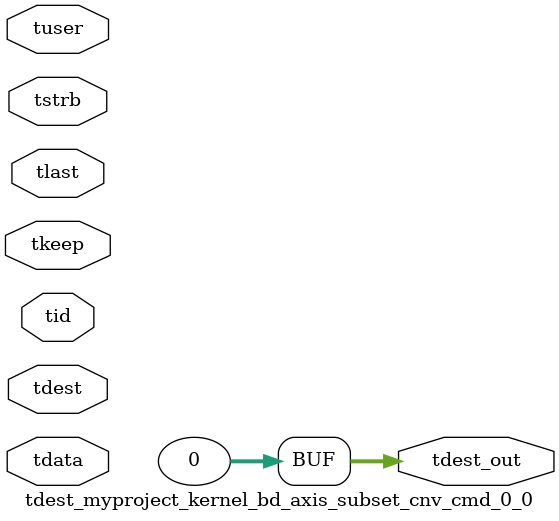
<source format=v>


`timescale 1ps/1ps

module tdest_myproject_kernel_bd_axis_subset_cnv_cmd_0_0 #
(
parameter C_S_AXIS_TDATA_WIDTH = 32,
parameter C_S_AXIS_TUSER_WIDTH = 0,
parameter C_S_AXIS_TID_WIDTH   = 0,
parameter C_S_AXIS_TDEST_WIDTH = 0,
parameter C_M_AXIS_TDEST_WIDTH = 32
)
(
input  [(C_S_AXIS_TDATA_WIDTH == 0 ? 1 : C_S_AXIS_TDATA_WIDTH)-1:0     ] tdata,
input  [(C_S_AXIS_TUSER_WIDTH == 0 ? 1 : C_S_AXIS_TUSER_WIDTH)-1:0     ] tuser,
input  [(C_S_AXIS_TID_WIDTH   == 0 ? 1 : C_S_AXIS_TID_WIDTH)-1:0       ] tid,
input  [(C_S_AXIS_TDEST_WIDTH == 0 ? 1 : C_S_AXIS_TDEST_WIDTH)-1:0     ] tdest,
input  [(C_S_AXIS_TDATA_WIDTH/8)-1:0 ] tkeep,
input  [(C_S_AXIS_TDATA_WIDTH/8)-1:0 ] tstrb,
input                                                                    tlast,
output [C_M_AXIS_TDEST_WIDTH-1:0] tdest_out
);

assign tdest_out = {1'b0};

endmodule


</source>
